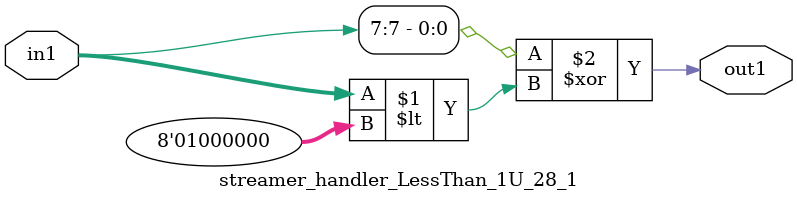
<source format=v>

`timescale 1ps / 1ps


module streamer_handler_LessThan_1U_28_1( in1, out1 );

    input [7:0] in1;
    output out1;

    
    // rtl_process:streamer_handler_LessThan_1U_28_1/streamer_handler_LessThan_1U_28_1_thread_1
    assign out1 = (in1[7] ^ in1 < 8'd064);

endmodule


</source>
